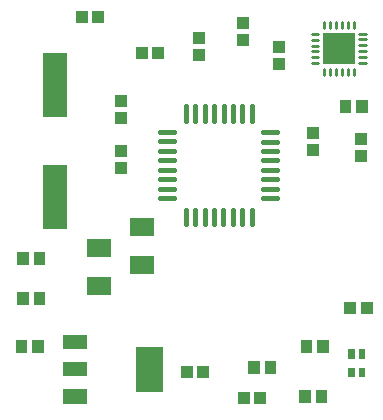
<source format=gtp>
G04 Layer: TopPasteMaskLayer*
G04 EasyEDA v6.4.5, 2020-09-10T17:23:05--4:00*
G04 2e966794ef5b4dc9b60ed7227ec9bd29,ebf70693e8d24e819ce4a1bff5f43d4f,10*
G04 Gerber Generator version 0.2*
G04 Scale: 100 percent, Rotated: No, Reflected: No *
G04 Dimensions in millimeters *
G04 leading zeros omitted , absolute positions ,3 integer and 3 decimal *
%FSLAX33Y33*%
%MOMM*%
G90*
G71D02*

%ADD12C,0.450012*%
%ADD13C,0.280010*%
%ADD16R,1.999996X5.499989*%
%ADD17R,1.099998X0.999998*%
%ADD18R,0.999998X1.099998*%
%ADD23R,1.999996X1.600200*%

%LPD*%
G54D12*
G01X14986Y26317D02*
G01X14986Y25117D01*
G01X15787Y26317D02*
G01X15787Y25117D01*
G01X16587Y26317D02*
G01X16587Y25117D01*
G01X17387Y26317D02*
G01X17387Y25117D01*
G01X18184Y26317D02*
G01X18184Y25117D01*
G01X18984Y26317D02*
G01X18984Y25117D01*
G01X19785Y26317D02*
G01X19785Y25117D01*
G01X20585Y26317D02*
G01X20585Y25117D01*
G01X21549Y24142D02*
G01X22749Y24142D01*
G01X21549Y23342D02*
G01X22749Y23342D01*
G01X21549Y22542D02*
G01X22749Y22542D01*
G01X21549Y21742D02*
G01X22749Y21742D01*
G01X21549Y20944D02*
G01X22749Y20944D01*
G01X21549Y20144D02*
G01X22749Y20144D01*
G01X21549Y19344D02*
G01X22749Y19344D01*
G01X21549Y18544D02*
G01X22749Y18544D01*
G01X20574Y17554D02*
G01X20574Y16354D01*
G01X19774Y17554D02*
G01X19774Y16354D01*
G01X18974Y17554D02*
G01X18974Y16354D01*
G01X18174Y17554D02*
G01X18174Y16354D01*
G01X17377Y17554D02*
G01X17377Y16354D01*
G01X16577Y17554D02*
G01X16577Y16354D01*
G01X15776Y17554D02*
G01X15776Y16354D01*
G01X14976Y17554D02*
G01X14976Y16354D01*
G01X12812Y18554D02*
G01X14012Y18554D01*
G01X12812Y19354D02*
G01X14012Y19354D01*
G01X12812Y20154D02*
G01X14012Y20154D01*
G01X12812Y20955D02*
G01X14012Y20955D01*
G01X12812Y21752D02*
G01X14012Y21752D01*
G01X12812Y22552D02*
G01X14012Y22552D01*
G01X12812Y23352D02*
G01X14012Y23352D01*
G01X12812Y24152D02*
G01X14012Y24152D01*
G54D13*
G01X25681Y32473D02*
G01X26200Y32473D01*
G01X25681Y31973D02*
G01X26200Y31973D01*
G01X25681Y31473D02*
G01X26200Y31473D01*
G01X25681Y30975D02*
G01X26200Y30975D01*
G01X25681Y30474D02*
G01X26200Y30474D01*
G01X25681Y29974D02*
G01X26200Y29974D01*
G01X26696Y29501D02*
G01X26696Y28982D01*
G01X27196Y29501D02*
G01X27196Y28982D01*
G01X27697Y29501D02*
G01X27697Y28982D01*
G01X28194Y29501D02*
G01X28194Y28982D01*
G01X28695Y29501D02*
G01X28695Y28982D01*
G01X29195Y29501D02*
G01X29195Y28982D01*
G01X29680Y29984D02*
G01X30200Y29984D01*
G01X29680Y30485D02*
G01X30200Y30485D01*
G01X29680Y30985D02*
G01X30200Y30985D01*
G01X29680Y31483D02*
G01X30200Y31483D01*
G01X29680Y31983D02*
G01X30200Y31983D01*
G01X29680Y32484D02*
G01X30200Y32484D01*
G01X29210Y33501D02*
G01X29210Y32982D01*
G01X28710Y33501D02*
G01X28710Y32982D01*
G01X28210Y33501D02*
G01X28210Y32982D01*
G01X27712Y33501D02*
G01X27712Y32982D01*
G01X27212Y33501D02*
G01X27212Y32982D01*
G01X26711Y33501D02*
G01X26711Y32982D01*
G54D16*
G01X3937Y18617D03*
G01X3937Y28118D03*
G54D17*
G01X9525Y25334D03*
G01X9525Y26734D03*
G01X9525Y21143D03*
G01X9525Y22543D03*
G36*
G01X705Y14011D02*
G01X1705Y14011D01*
G01X1705Y12911D01*
G01X705Y12911D01*
G01X705Y14011D01*
G37*
G36*
G01X2105Y14011D02*
G01X3105Y14011D01*
G01X3105Y12911D01*
G01X2105Y12911D01*
G01X2105Y14011D01*
G37*
G36*
G01X705Y10582D02*
G01X1705Y10582D01*
G01X1705Y9482D01*
G01X705Y9482D01*
G01X705Y10582D01*
G37*
G36*
G01X2105Y10582D02*
G01X3105Y10582D01*
G01X3105Y9482D01*
G01X2105Y9482D01*
G01X2105Y10582D01*
G37*
G36*
G01X578Y6518D02*
G01X1578Y6518D01*
G01X1578Y5418D01*
G01X578Y5418D01*
G01X578Y6518D01*
G37*
G36*
G01X1978Y6518D02*
G01X2978Y6518D01*
G01X2978Y5418D01*
G01X1978Y5418D01*
G01X1978Y6518D01*
G37*
G54D18*
G01X12639Y30861D03*
G01X11239Y30861D03*
G36*
G01X26600Y32569D02*
G01X29281Y32569D01*
G01X29281Y29889D01*
G01X26600Y29889D01*
G01X26600Y32569D01*
G37*
G01X16449Y3810D03*
G01X15049Y3810D03*
G54D17*
G01X22860Y31307D03*
G01X22860Y29906D03*
G36*
G01X28010Y26838D02*
G01X29010Y26838D01*
G01X29010Y25738D01*
G01X28010Y25738D01*
G01X28010Y26838D01*
G37*
G36*
G01X29410Y26838D02*
G01X30410Y26838D01*
G01X30410Y25738D01*
G01X29410Y25738D01*
G01X29410Y26838D01*
G37*
G01X25781Y22667D03*
G01X25781Y24067D03*
G54D18*
G01X30292Y9271D03*
G01X28892Y9271D03*
G54D17*
G01X16129Y30668D03*
G01X16129Y32068D03*
G36*
G01X29639Y5770D02*
G01X30190Y5770D01*
G01X30190Y4970D01*
G01X29639Y4970D01*
G01X29639Y5770D01*
G37*
G36*
G01X28740Y5770D02*
G01X29289Y5770D01*
G01X29289Y4970D01*
G01X28740Y4970D01*
G01X28740Y5770D01*
G37*
G36*
G01X28740Y4173D02*
G01X29289Y4173D01*
G01X29289Y3373D01*
G01X28740Y3373D01*
G01X28740Y4173D01*
G37*
G36*
G01X29639Y4173D02*
G01X30190Y4173D01*
G01X30190Y3373D01*
G01X29639Y3373D01*
G01X29639Y4173D01*
G37*
G36*
G01X24708Y6518D02*
G01X25708Y6518D01*
G01X25708Y5418D01*
G01X24708Y5418D01*
G01X24708Y6518D01*
G37*
G36*
G01X26108Y6518D02*
G01X27108Y6518D01*
G01X27108Y5418D01*
G01X26108Y5418D01*
G01X26108Y6518D01*
G37*
G36*
G01X20263Y4740D02*
G01X21263Y4740D01*
G01X21263Y3640D01*
G01X20263Y3640D01*
G01X20263Y4740D01*
G37*
G36*
G01X21663Y4740D02*
G01X22663Y4740D01*
G01X22663Y3640D01*
G01X21663Y3640D01*
G01X21663Y4740D01*
G37*
G36*
G01X24581Y2327D02*
G01X25581Y2327D01*
G01X25581Y1227D01*
G01X24581Y1227D01*
G01X24581Y2327D01*
G37*
G36*
G01X25981Y2327D02*
G01X26981Y2327D01*
G01X26981Y1227D01*
G01X25981Y1227D01*
G01X25981Y2327D01*
G37*
G01X19812Y31938D03*
G01X19812Y33338D03*
G54D18*
G01X21275Y1651D03*
G01X19875Y1651D03*
G36*
G01X10788Y5963D02*
G01X13088Y5963D01*
G01X13088Y2164D01*
G01X10788Y2164D01*
G01X10788Y5963D01*
G37*
G36*
G01X4588Y4663D02*
G01X6588Y4663D01*
G01X6588Y3464D01*
G01X4588Y3464D01*
G01X4588Y4663D01*
G37*
G36*
G01X4588Y2364D02*
G01X6588Y2364D01*
G01X6588Y1164D01*
G01X4588Y1164D01*
G01X4588Y2364D01*
G37*
G36*
G01X4588Y6963D02*
G01X6588Y6963D01*
G01X6588Y5763D01*
G01X4588Y5763D01*
G01X4588Y6963D01*
G37*
G54D17*
G01X29845Y23560D03*
G01X29845Y22159D03*
G54D23*
G01X11303Y16077D03*
G01X11303Y12878D03*
G54D18*
G01X7559Y33909D03*
G01X6159Y33909D03*
G54D23*
G01X7620Y11100D03*
G01X7620Y14299D03*
M00*
M02*

</source>
